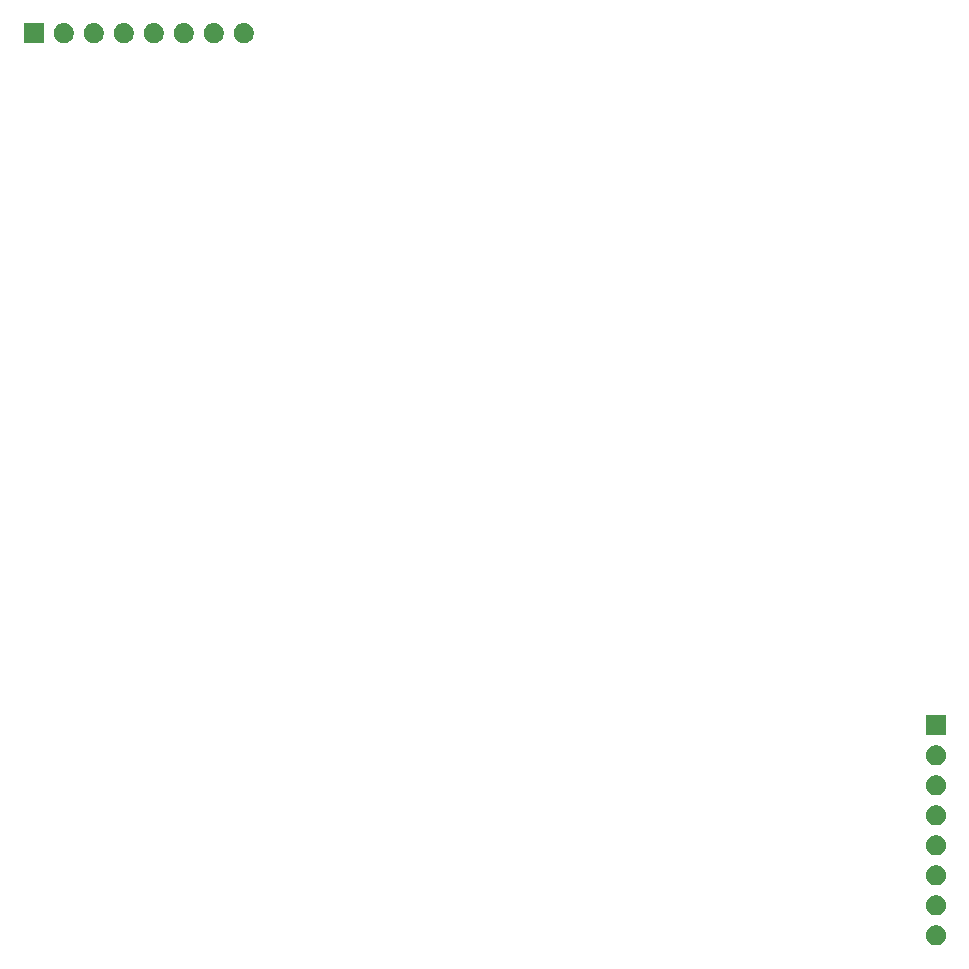
<source format=gts>
G04 #@! TF.GenerationSoftware,KiCad,Pcbnew,(5.1.5)-3*
G04 #@! TF.CreationDate,2021-01-07T19:15:07+01:00*
G04 #@! TF.ProjectId,haptic display 8x8 aisler,68617074-6963-4206-9469-73706c617920,rev?*
G04 #@! TF.SameCoordinates,Original*
G04 #@! TF.FileFunction,Soldermask,Top*
G04 #@! TF.FilePolarity,Negative*
%FSLAX46Y46*%
G04 Gerber Fmt 4.6, Leading zero omitted, Abs format (unit mm)*
G04 Created by KiCad (PCBNEW (5.1.5)-3) date 2021-01-07 19:15:07*
%MOMM*%
%LPD*%
G04 APERTURE LIST*
%ADD10C,0.100000*%
G04 APERTURE END LIST*
D10*
G36*
X170193197Y-110561777D02*
G01*
X170247937Y-110572665D01*
X170325281Y-110604702D01*
X170402626Y-110636740D01*
X170541844Y-110729762D01*
X170660238Y-110848156D01*
X170753260Y-110987374D01*
X170817335Y-111142064D01*
X170850000Y-111306282D01*
X170850000Y-111473718D01*
X170817335Y-111637936D01*
X170753260Y-111792626D01*
X170660238Y-111931844D01*
X170541844Y-112050238D01*
X170402626Y-112143260D01*
X170325281Y-112175297D01*
X170247937Y-112207335D01*
X170193197Y-112218223D01*
X170083718Y-112240000D01*
X169916282Y-112240000D01*
X169806803Y-112218223D01*
X169752063Y-112207335D01*
X169674719Y-112175297D01*
X169597374Y-112143260D01*
X169458156Y-112050238D01*
X169339762Y-111931844D01*
X169246740Y-111792626D01*
X169182665Y-111637936D01*
X169150000Y-111473718D01*
X169150000Y-111306282D01*
X169182665Y-111142064D01*
X169246740Y-110987374D01*
X169339762Y-110848156D01*
X169458156Y-110729762D01*
X169597374Y-110636740D01*
X169674719Y-110604702D01*
X169752063Y-110572665D01*
X169806803Y-110561777D01*
X169916282Y-110540000D01*
X170083718Y-110540000D01*
X170193197Y-110561777D01*
G37*
G36*
X170193197Y-108021777D02*
G01*
X170247937Y-108032665D01*
X170325281Y-108064703D01*
X170402626Y-108096740D01*
X170541844Y-108189762D01*
X170660238Y-108308156D01*
X170753260Y-108447374D01*
X170817335Y-108602064D01*
X170850000Y-108766282D01*
X170850000Y-108933718D01*
X170817335Y-109097936D01*
X170753260Y-109252626D01*
X170660238Y-109391844D01*
X170541844Y-109510238D01*
X170402626Y-109603260D01*
X170325281Y-109635298D01*
X170247937Y-109667335D01*
X170193197Y-109678223D01*
X170083718Y-109700000D01*
X169916282Y-109700000D01*
X169806803Y-109678223D01*
X169752063Y-109667335D01*
X169674719Y-109635298D01*
X169597374Y-109603260D01*
X169458156Y-109510238D01*
X169339762Y-109391844D01*
X169246740Y-109252626D01*
X169182665Y-109097936D01*
X169150000Y-108933718D01*
X169150000Y-108766282D01*
X169182665Y-108602064D01*
X169246740Y-108447374D01*
X169339762Y-108308156D01*
X169458156Y-108189762D01*
X169597374Y-108096740D01*
X169674719Y-108064702D01*
X169752063Y-108032665D01*
X169806803Y-108021777D01*
X169916282Y-108000000D01*
X170083718Y-108000000D01*
X170193197Y-108021777D01*
G37*
G36*
X170193197Y-105481777D02*
G01*
X170247937Y-105492665D01*
X170325281Y-105524703D01*
X170402626Y-105556740D01*
X170541844Y-105649762D01*
X170660238Y-105768156D01*
X170753260Y-105907374D01*
X170817335Y-106062064D01*
X170850000Y-106226282D01*
X170850000Y-106393718D01*
X170817335Y-106557936D01*
X170753260Y-106712626D01*
X170660238Y-106851844D01*
X170541844Y-106970238D01*
X170402626Y-107063260D01*
X170325281Y-107095297D01*
X170247937Y-107127335D01*
X170193197Y-107138223D01*
X170083718Y-107160000D01*
X169916282Y-107160000D01*
X169806803Y-107138223D01*
X169752063Y-107127335D01*
X169674719Y-107095297D01*
X169597374Y-107063260D01*
X169458156Y-106970238D01*
X169339762Y-106851844D01*
X169246740Y-106712626D01*
X169182665Y-106557936D01*
X169150000Y-106393718D01*
X169150000Y-106226282D01*
X169182665Y-106062064D01*
X169246740Y-105907374D01*
X169339762Y-105768156D01*
X169458156Y-105649762D01*
X169597374Y-105556740D01*
X169674719Y-105524703D01*
X169752063Y-105492665D01*
X169806803Y-105481777D01*
X169916282Y-105460000D01*
X170083718Y-105460000D01*
X170193197Y-105481777D01*
G37*
G36*
X170193197Y-102941777D02*
G01*
X170247937Y-102952665D01*
X170325281Y-102984703D01*
X170402626Y-103016740D01*
X170541844Y-103109762D01*
X170660238Y-103228156D01*
X170753260Y-103367374D01*
X170817335Y-103522064D01*
X170850000Y-103686282D01*
X170850000Y-103853718D01*
X170817335Y-104017936D01*
X170753260Y-104172626D01*
X170660238Y-104311844D01*
X170541844Y-104430238D01*
X170402626Y-104523260D01*
X170325281Y-104555297D01*
X170247937Y-104587335D01*
X170193197Y-104598223D01*
X170083718Y-104620000D01*
X169916282Y-104620000D01*
X169806803Y-104598223D01*
X169752063Y-104587335D01*
X169674719Y-104555298D01*
X169597374Y-104523260D01*
X169458156Y-104430238D01*
X169339762Y-104311844D01*
X169246740Y-104172626D01*
X169182665Y-104017936D01*
X169150000Y-103853718D01*
X169150000Y-103686282D01*
X169182665Y-103522064D01*
X169246740Y-103367374D01*
X169339762Y-103228156D01*
X169458156Y-103109762D01*
X169597374Y-103016740D01*
X169674719Y-102984702D01*
X169752063Y-102952665D01*
X169806803Y-102941777D01*
X169916282Y-102920000D01*
X170083718Y-102920000D01*
X170193197Y-102941777D01*
G37*
G36*
X170193197Y-100401777D02*
G01*
X170247937Y-100412665D01*
X170325281Y-100444703D01*
X170402626Y-100476740D01*
X170541844Y-100569762D01*
X170660238Y-100688156D01*
X170753260Y-100827374D01*
X170817335Y-100982064D01*
X170850000Y-101146282D01*
X170850000Y-101313718D01*
X170817335Y-101477936D01*
X170753260Y-101632626D01*
X170660238Y-101771844D01*
X170541844Y-101890238D01*
X170402626Y-101983260D01*
X170325281Y-102015298D01*
X170247937Y-102047335D01*
X170193197Y-102058223D01*
X170083718Y-102080000D01*
X169916282Y-102080000D01*
X169806803Y-102058223D01*
X169752063Y-102047335D01*
X169674719Y-102015298D01*
X169597374Y-101983260D01*
X169458156Y-101890238D01*
X169339762Y-101771844D01*
X169246740Y-101632626D01*
X169182665Y-101477936D01*
X169150000Y-101313718D01*
X169150000Y-101146282D01*
X169182665Y-100982064D01*
X169246740Y-100827374D01*
X169339762Y-100688156D01*
X169458156Y-100569762D01*
X169597374Y-100476740D01*
X169674719Y-100444702D01*
X169752063Y-100412665D01*
X169806803Y-100401777D01*
X169916282Y-100380000D01*
X170083718Y-100380000D01*
X170193197Y-100401777D01*
G37*
G36*
X170193197Y-97861777D02*
G01*
X170247937Y-97872665D01*
X170325281Y-97904703D01*
X170402626Y-97936740D01*
X170541844Y-98029762D01*
X170660238Y-98148156D01*
X170753260Y-98287374D01*
X170817335Y-98442064D01*
X170850000Y-98606282D01*
X170850000Y-98773718D01*
X170817335Y-98937936D01*
X170753260Y-99092626D01*
X170660238Y-99231844D01*
X170541844Y-99350238D01*
X170402626Y-99443260D01*
X170325281Y-99475297D01*
X170247937Y-99507335D01*
X170193197Y-99518223D01*
X170083718Y-99540000D01*
X169916282Y-99540000D01*
X169806803Y-99518223D01*
X169752063Y-99507335D01*
X169674719Y-99475298D01*
X169597374Y-99443260D01*
X169458156Y-99350238D01*
X169339762Y-99231844D01*
X169246740Y-99092626D01*
X169182665Y-98937936D01*
X169150000Y-98773718D01*
X169150000Y-98606282D01*
X169182665Y-98442064D01*
X169246740Y-98287374D01*
X169339762Y-98148156D01*
X169458156Y-98029762D01*
X169597374Y-97936740D01*
X169674719Y-97904703D01*
X169752063Y-97872665D01*
X169806803Y-97861777D01*
X169916282Y-97840000D01*
X170083718Y-97840000D01*
X170193197Y-97861777D01*
G37*
G36*
X170193197Y-95321777D02*
G01*
X170247937Y-95332665D01*
X170325281Y-95364703D01*
X170402626Y-95396740D01*
X170541844Y-95489762D01*
X170660238Y-95608156D01*
X170753260Y-95747374D01*
X170817335Y-95902064D01*
X170850000Y-96066282D01*
X170850000Y-96233718D01*
X170817335Y-96397936D01*
X170753260Y-96552626D01*
X170660238Y-96691844D01*
X170541844Y-96810238D01*
X170402626Y-96903260D01*
X170325281Y-96935297D01*
X170247937Y-96967335D01*
X170193197Y-96978223D01*
X170083718Y-97000000D01*
X169916282Y-97000000D01*
X169806803Y-96978223D01*
X169752063Y-96967335D01*
X169674719Y-96935298D01*
X169597374Y-96903260D01*
X169458156Y-96810238D01*
X169339762Y-96691844D01*
X169246740Y-96552626D01*
X169182665Y-96397936D01*
X169150000Y-96233718D01*
X169150000Y-96066282D01*
X169182665Y-95902064D01*
X169246740Y-95747374D01*
X169339762Y-95608156D01*
X169458156Y-95489762D01*
X169597374Y-95396740D01*
X169674719Y-95364702D01*
X169752063Y-95332665D01*
X169806803Y-95321777D01*
X169916282Y-95300000D01*
X170083718Y-95300000D01*
X170193197Y-95321777D01*
G37*
G36*
X170850000Y-94460000D02*
G01*
X169150000Y-94460000D01*
X169150000Y-92760000D01*
X170850000Y-92760000D01*
X170850000Y-94460000D01*
G37*
G36*
X94460000Y-35850000D02*
G01*
X92760000Y-35850000D01*
X92760000Y-34150000D01*
X94460000Y-34150000D01*
X94460000Y-35850000D01*
G37*
G36*
X101423197Y-34171777D02*
G01*
X101477937Y-34182665D01*
X101555281Y-34214703D01*
X101632626Y-34246740D01*
X101771844Y-34339762D01*
X101890238Y-34458156D01*
X101983260Y-34597374D01*
X102047335Y-34752064D01*
X102080000Y-34916282D01*
X102080000Y-35083718D01*
X102047335Y-35247936D01*
X101983260Y-35402626D01*
X101890238Y-35541844D01*
X101771844Y-35660238D01*
X101632626Y-35753260D01*
X101555281Y-35785297D01*
X101477937Y-35817335D01*
X101423197Y-35828223D01*
X101313718Y-35850000D01*
X101146282Y-35850000D01*
X101036803Y-35828223D01*
X100982063Y-35817335D01*
X100904719Y-35785298D01*
X100827374Y-35753260D01*
X100688156Y-35660238D01*
X100569762Y-35541844D01*
X100476740Y-35402626D01*
X100412665Y-35247936D01*
X100380000Y-35083718D01*
X100380000Y-34916282D01*
X100412665Y-34752064D01*
X100476740Y-34597374D01*
X100569762Y-34458156D01*
X100688156Y-34339762D01*
X100827374Y-34246740D01*
X100904719Y-34214703D01*
X100982063Y-34182665D01*
X101036803Y-34171777D01*
X101146282Y-34150000D01*
X101313718Y-34150000D01*
X101423197Y-34171777D01*
G37*
G36*
X96343197Y-34171777D02*
G01*
X96397937Y-34182665D01*
X96475281Y-34214703D01*
X96552626Y-34246740D01*
X96691844Y-34339762D01*
X96810238Y-34458156D01*
X96903260Y-34597374D01*
X96967335Y-34752064D01*
X97000000Y-34916282D01*
X97000000Y-35083718D01*
X96967335Y-35247936D01*
X96903260Y-35402626D01*
X96810238Y-35541844D01*
X96691844Y-35660238D01*
X96552626Y-35753260D01*
X96475281Y-35785297D01*
X96397937Y-35817335D01*
X96343197Y-35828223D01*
X96233718Y-35850000D01*
X96066282Y-35850000D01*
X95956803Y-35828223D01*
X95902063Y-35817335D01*
X95824719Y-35785298D01*
X95747374Y-35753260D01*
X95608156Y-35660238D01*
X95489762Y-35541844D01*
X95396740Y-35402626D01*
X95332665Y-35247936D01*
X95300000Y-35083718D01*
X95300000Y-34916282D01*
X95332665Y-34752064D01*
X95396740Y-34597374D01*
X95489762Y-34458156D01*
X95608156Y-34339762D01*
X95747374Y-34246740D01*
X95824719Y-34214703D01*
X95902063Y-34182665D01*
X95956803Y-34171777D01*
X96066282Y-34150000D01*
X96233718Y-34150000D01*
X96343197Y-34171777D01*
G37*
G36*
X98883197Y-34171777D02*
G01*
X98937937Y-34182665D01*
X99015281Y-34214703D01*
X99092626Y-34246740D01*
X99231844Y-34339762D01*
X99350238Y-34458156D01*
X99443260Y-34597374D01*
X99507335Y-34752064D01*
X99540000Y-34916282D01*
X99540000Y-35083718D01*
X99507335Y-35247936D01*
X99443260Y-35402626D01*
X99350238Y-35541844D01*
X99231844Y-35660238D01*
X99092626Y-35753260D01*
X99015281Y-35785297D01*
X98937937Y-35817335D01*
X98883197Y-35828223D01*
X98773718Y-35850000D01*
X98606282Y-35850000D01*
X98496803Y-35828223D01*
X98442063Y-35817335D01*
X98364719Y-35785298D01*
X98287374Y-35753260D01*
X98148156Y-35660238D01*
X98029762Y-35541844D01*
X97936740Y-35402626D01*
X97872665Y-35247936D01*
X97840000Y-35083718D01*
X97840000Y-34916282D01*
X97872665Y-34752064D01*
X97936740Y-34597374D01*
X98029762Y-34458156D01*
X98148156Y-34339762D01*
X98287374Y-34246740D01*
X98364719Y-34214703D01*
X98442063Y-34182665D01*
X98496803Y-34171777D01*
X98606282Y-34150000D01*
X98773718Y-34150000D01*
X98883197Y-34171777D01*
G37*
G36*
X103963197Y-34171777D02*
G01*
X104017937Y-34182665D01*
X104095281Y-34214703D01*
X104172626Y-34246740D01*
X104311844Y-34339762D01*
X104430238Y-34458156D01*
X104523260Y-34597374D01*
X104587335Y-34752064D01*
X104620000Y-34916282D01*
X104620000Y-35083718D01*
X104587335Y-35247936D01*
X104523260Y-35402626D01*
X104430238Y-35541844D01*
X104311844Y-35660238D01*
X104172626Y-35753260D01*
X104095281Y-35785297D01*
X104017937Y-35817335D01*
X103963197Y-35828223D01*
X103853718Y-35850000D01*
X103686282Y-35850000D01*
X103576803Y-35828223D01*
X103522063Y-35817335D01*
X103444719Y-35785298D01*
X103367374Y-35753260D01*
X103228156Y-35660238D01*
X103109762Y-35541844D01*
X103016740Y-35402626D01*
X102952665Y-35247936D01*
X102920000Y-35083718D01*
X102920000Y-34916282D01*
X102952665Y-34752064D01*
X103016740Y-34597374D01*
X103109762Y-34458156D01*
X103228156Y-34339762D01*
X103367374Y-34246740D01*
X103444719Y-34214703D01*
X103522063Y-34182665D01*
X103576803Y-34171777D01*
X103686282Y-34150000D01*
X103853718Y-34150000D01*
X103963197Y-34171777D01*
G37*
G36*
X106503197Y-34171777D02*
G01*
X106557937Y-34182665D01*
X106635281Y-34214703D01*
X106712626Y-34246740D01*
X106851844Y-34339762D01*
X106970238Y-34458156D01*
X107063260Y-34597374D01*
X107127335Y-34752064D01*
X107160000Y-34916282D01*
X107160000Y-35083718D01*
X107127335Y-35247936D01*
X107063260Y-35402626D01*
X106970238Y-35541844D01*
X106851844Y-35660238D01*
X106712626Y-35753260D01*
X106635281Y-35785297D01*
X106557937Y-35817335D01*
X106503197Y-35828223D01*
X106393718Y-35850000D01*
X106226282Y-35850000D01*
X106116803Y-35828223D01*
X106062063Y-35817335D01*
X105984719Y-35785298D01*
X105907374Y-35753260D01*
X105768156Y-35660238D01*
X105649762Y-35541844D01*
X105556740Y-35402626D01*
X105492665Y-35247936D01*
X105460000Y-35083718D01*
X105460000Y-34916282D01*
X105492665Y-34752064D01*
X105556740Y-34597374D01*
X105649762Y-34458156D01*
X105768156Y-34339762D01*
X105907374Y-34246740D01*
X105984719Y-34214703D01*
X106062063Y-34182665D01*
X106116803Y-34171777D01*
X106226282Y-34150000D01*
X106393718Y-34150000D01*
X106503197Y-34171777D01*
G37*
G36*
X109043197Y-34171777D02*
G01*
X109097937Y-34182665D01*
X109175281Y-34214703D01*
X109252626Y-34246740D01*
X109391844Y-34339762D01*
X109510238Y-34458156D01*
X109603260Y-34597374D01*
X109667335Y-34752064D01*
X109700000Y-34916282D01*
X109700000Y-35083718D01*
X109667335Y-35247936D01*
X109603260Y-35402626D01*
X109510238Y-35541844D01*
X109391844Y-35660238D01*
X109252626Y-35753260D01*
X109175281Y-35785297D01*
X109097937Y-35817335D01*
X109043197Y-35828223D01*
X108933718Y-35850000D01*
X108766282Y-35850000D01*
X108656803Y-35828223D01*
X108602063Y-35817335D01*
X108524719Y-35785298D01*
X108447374Y-35753260D01*
X108308156Y-35660238D01*
X108189762Y-35541844D01*
X108096740Y-35402626D01*
X108032665Y-35247936D01*
X108000000Y-35083718D01*
X108000000Y-34916282D01*
X108032665Y-34752064D01*
X108096740Y-34597374D01*
X108189762Y-34458156D01*
X108308156Y-34339762D01*
X108447374Y-34246740D01*
X108524719Y-34214703D01*
X108602063Y-34182665D01*
X108656803Y-34171777D01*
X108766282Y-34150000D01*
X108933718Y-34150000D01*
X109043197Y-34171777D01*
G37*
G36*
X111583197Y-34171777D02*
G01*
X111637937Y-34182665D01*
X111715281Y-34214703D01*
X111792626Y-34246740D01*
X111931844Y-34339762D01*
X112050238Y-34458156D01*
X112143260Y-34597374D01*
X112207335Y-34752064D01*
X112240000Y-34916282D01*
X112240000Y-35083718D01*
X112207335Y-35247936D01*
X112143260Y-35402626D01*
X112050238Y-35541844D01*
X111931844Y-35660238D01*
X111792626Y-35753260D01*
X111715281Y-35785297D01*
X111637937Y-35817335D01*
X111583197Y-35828223D01*
X111473718Y-35850000D01*
X111306282Y-35850000D01*
X111196803Y-35828223D01*
X111142063Y-35817335D01*
X111064719Y-35785298D01*
X110987374Y-35753260D01*
X110848156Y-35660238D01*
X110729762Y-35541844D01*
X110636740Y-35402626D01*
X110572665Y-35247936D01*
X110540000Y-35083718D01*
X110540000Y-34916282D01*
X110572665Y-34752064D01*
X110636740Y-34597374D01*
X110729762Y-34458156D01*
X110848156Y-34339762D01*
X110987374Y-34246740D01*
X111064719Y-34214703D01*
X111142063Y-34182665D01*
X111196803Y-34171777D01*
X111306282Y-34150000D01*
X111473718Y-34150000D01*
X111583197Y-34171777D01*
G37*
M02*

</source>
